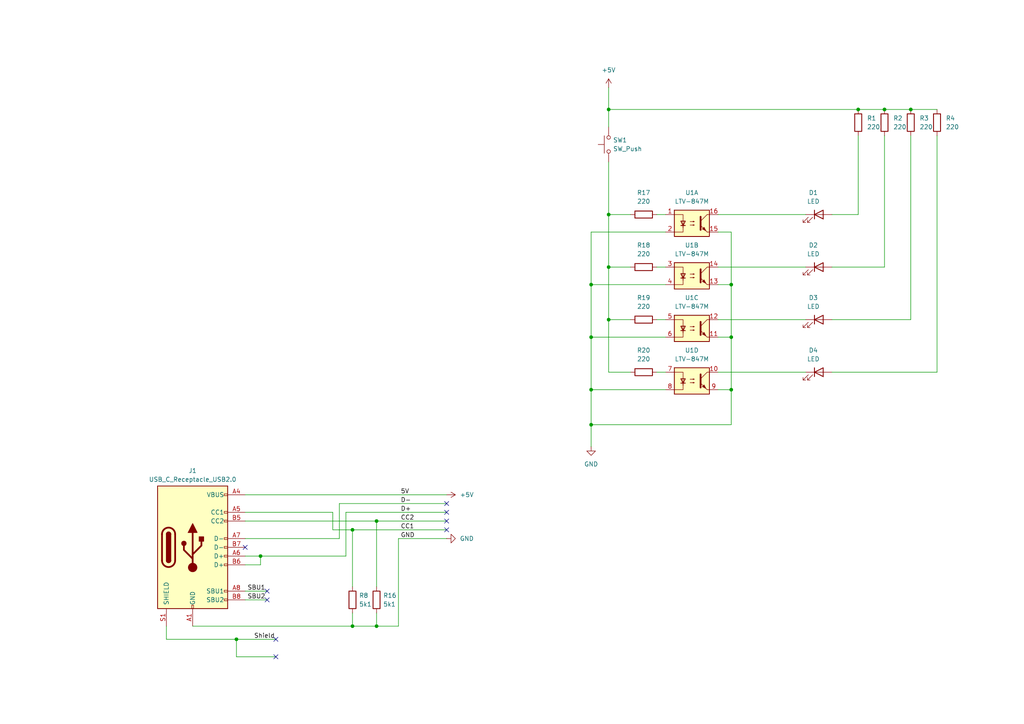
<source format=kicad_sch>
(kicad_sch (version 20250114) (generator "eeschema") (generator_version "9.0")
  (paper "A4")
  (lib_symbols
    (symbol "Connector:USB_C_Receptacle_USB2.0" (pin_names (offset 1.016))
      (property "Reference" "J" (at -10.16 19.05 0))
      (property "Value" "USB_C_Receptacle_USB2.0" (at 19.05 19.05 0))
      (symbol "USB_C_Receptacle_USB2.0_0_0"
        (rectangle (start -0.254 -17.78) (end 0.254 -16.764))
        (rectangle (start 10.16 15.494) (end 9.144 14.986))
        (rectangle (start 10.16 10.414) (end 9.144 9.906))
        (rectangle (start 10.16 7.874) (end 9.144 7.366))
        (rectangle (start 10.16 2.794) (end 9.144 2.286))
        (rectangle (start 10.16 0.254) (end 9.144 -0.254))
        (rectangle (start 10.16 -2.286) (end 9.144 -2.794))
        (rectangle (start 10.16 -4.826) (end 9.144 -5.334))
        (rectangle (start 10.16 -12.446) (end 9.144 -12.954))
        (rectangle (start 10.16 -14.986) (end 9.144 -15.494))
      )
      (symbol "USB_C_Receptacle_USB2.0_0_1"
        (rectangle (start -10.16 17.78) (end 10.16 -17.78) (stroke (width 0.254)) (fill (type background)))
        (polyline (pts (xy -8.89 -3.81) (xy -8.89 3.81)) (stroke (width 0.508)))
        (rectangle (start -7.62 -3.81) (end -6.35 3.81) (stroke (width 0.254)) (fill (type outline)))
        (arc (start -7.62 3.81) (mid -6.985 4.4423) (end -6.35 3.81) (stroke (width 0.254)))
        (arc (start -7.62 3.81) (mid -6.985 4.4423) (end -6.35 3.81) (stroke (width 0.254)) (fill (type outline)))
        (arc (start -8.89 3.81) (mid -6.985 5.7067) (end -5.08 3.81) (stroke (width 0.508)))
        (arc (start -5.08 -3.81) (mid -6.985 -5.7067) (end -8.89 -3.81) (stroke (width 0.508)))
        (arc (start -6.35 -3.81) (mid -6.985 -4.4423) (end -7.62 -3.81) (stroke (width 0.254)))
        (arc (start -6.35 -3.81) (mid -6.985 -4.4423) (end -7.62 -3.81) (stroke (width 0.254)) (fill (type outline)))
        (polyline (pts (xy -5.08 3.81) (xy -5.08 -3.81)) (stroke (width 0.508)))
        (circle (center -2.54 1.143) (radius 0.635) (stroke (width 0.254)) (fill (type outline)))
        (polyline (pts (xy -1.27 4.318) (xy 0 6.858) (xy 1.27 4.318) (xy -1.27 4.318)) (stroke (width 0.254)) (fill (type outline)))
        (polyline (pts (xy 0 -2.032) (xy 2.54 0.508) (xy 2.54 1.778)) (stroke (width 0.508)))
        (polyline (pts (xy 0 -3.302) (xy -2.54 -0.762) (xy -2.54 0.508)) (stroke (width 0.508)))
        (polyline (pts (xy 0 -5.842) (xy 0 4.318)) (stroke (width 0.508)))
        (circle (center 0 -5.842) (radius 1.27) (fill (type outline)))
        (rectangle (start 1.905 1.778) (end 3.175 3.048) (stroke (width 0.254)) (fill (type outline)))
      )
      (symbol "USB_C_Receptacle_USB2.0_1_1"
        (pin passive line (at -7.62 -22.86 90) (length 5.08) (name "SHIELD") (number "S1"))
        (pin passive line (at 0 -22.86 90) (length 5.08) (name "GND") (number "A1"))
        (pin passive line (at 0 -22.86 90) (length 5.08) (hide yes) (name "GND") (number "A12"))
        (pin passive line (at 0 -22.86 90) (length 5.08) (hide yes) (name "GND") (number "B1"))
        (pin passive line (at 0 -22.86 90) (length 5.08) (hide yes) (name "GND") (number "B12"))
        (pin passive line (at 15.24 15.24 180) (length 5.08) (name "VBUS") (number "A4"))
        (pin passive line (at 15.24 15.24 180) (length 5.08) (hide yes) (name "VBUS") (number "A9"))
        (pin passive line (at 15.24 15.24 180) (length 5.08) (hide yes) (name "VBUS") (number "B4"))
        (pin passive line (at 15.24 15.24 180) (length 5.08) (hide yes) (name "VBUS") (number "B9"))
        (pin bidirectional line (at 15.24 10.16 180) (length 5.08) (name "CC1") (number "A5"))
        (pin bidirectional line (at 15.24 7.62 180) (length 5.08) (name "CC2") (number "B5"))
        (pin bidirectional line (at 15.24 2.54 180) (length 5.08) (name "D-") (number "A7"))
        (pin bidirectional line (at 15.24 0 180) (length 5.08) (name "D-") (number "B7"))
        (pin bidirectional line (at 15.24 -2.54 180) (length 5.08) (name "D+") (number "A6"))
        (pin bidirectional line (at 15.24 -5.08 180) (length 5.08) (name "D+") (number "B6"))
        (pin bidirectional line (at 15.24 -12.7 180) (length 5.08) (name "SBU1") (number "A8"))
        (pin bidirectional line (at 15.24 -15.24 180) (length 5.08) (name "SBU2") (number "B8"))
      )
    )
    (symbol "Device:LED" (pin_numbers (hide yes)) (pin_names (offset 1.016) (hide yes))
      (property "Reference" "D" (at 0 2.54 0))
      (property "Value" "LED" (at 0 -2.54 0))
      (symbol "LED_0_1"
        (polyline (pts (xy -3.048 -0.762) (xy -4.572 -2.286) (xy -3.81 -2.286) (xy -4.572 -2.286) (xy -4.572 -1.524)))
        (polyline (pts (xy -1.778 -0.762) (xy -3.302 -2.286) (xy -2.54 -2.286) (xy -3.302 -2.286) (xy -3.302 -1.524)))
        (polyline (pts (xy -1.27 0) (xy 1.27 0)))
        (polyline (pts (xy -1.27 -1.27) (xy -1.27 1.27)) (stroke (width 0.254)))
        (polyline (pts (xy 1.27 -1.27) (xy 1.27 1.27) (xy -1.27 0) (xy 1.27 -1.27)) (stroke (width 0.254)))
      )
      (symbol "LED_1_1"
        (pin passive line (at -3.81 0 0) (length 2.54) (name "K") (number "1"))
        (pin passive line (at 3.81 0 180) (length 2.54) (name "A") (number "2"))
      )
    )
    (symbol "Device:R" (pin_numbers (hide yes)) (pin_names (offset 0))
      (property "Reference" "R" (at 2.032 0 90))
      (property "Value" "R" (at 0 0 90))
      (symbol "R_0_1"
        (rectangle (start -1.016 -2.54) (end 1.016 2.54) (stroke (width 0.254)))
      )
      (symbol "R_1_1"
        (pin passive line (at 0 3.81 270) (length 1.27) (name "~") (number "1"))
        (pin passive line (at 0 -3.81 90) (length 1.27) (name "~") (number "2"))
      )
    )
    (symbol "Isolator:LTV-847M" (pin_names (offset 1.016))
      (property "Reference" "U" (at -3.81 5.08 0))
      (property "Value" "LTV-847M" (at 0 -5.08 0))
      (symbol "LTV-847M_0_1"
        (rectangle (start -5.08 3.81) (end 5.08 -3.81) (stroke (width 0.254)) (fill (type background)))
        (polyline (pts (xy -5.08 2.54) (xy -2.54 2.54) (xy -2.54 -1.27) (xy -2.54 0.635)))
        (polyline (pts (xy -3.175 -0.635) (xy -1.905 -0.635)) (stroke (width 0.254)))
        (polyline (pts (xy -2.54 -0.635) (xy -2.54 -2.54) (xy -5.08 -2.54)))
        (polyline (pts (xy -2.54 -0.635) (xy -3.175 0.635) (xy -1.905 0.635) (xy -2.54 -0.635)) (stroke (width 0.254)))
        (polyline (pts (xy -0.508 0.508) (xy 0.762 0.508) (xy 0.381 0.381) (xy 0.381 0.635) (xy 0.762 0.508)))
        (polyline (pts (xy -0.508 -0.508) (xy 0.762 -0.508) (xy 0.381 -0.635) (xy 0.381 -0.381) (xy 0.762 -0.508)))
        (polyline (pts (xy 2.54 1.905) (xy 2.54 -1.905) (xy 2.54 -1.905)) (stroke (width 0.508)))
        (polyline (pts (xy 2.54 0.635) (xy 4.445 2.54)))
        (polyline (pts (xy 3.048 -1.651) (xy 3.556 -1.143) (xy 4.064 -2.159) (xy 3.048 -1.651) (xy 3.048 -1.651)) (fill (type outline)))
        (polyline (pts (xy 4.445 2.54) (xy 5.08 2.54)))
        (polyline (pts (xy 4.445 -2.54) (xy 2.54 -0.635)) (fill (type outline)))
        (polyline (pts (xy 4.445 -2.54) (xy 5.08 -2.54)))
      )
      (symbol "LTV-847M_1_1"
        (pin passive line (at -7.62 2.54 0) (length 2.54) (name "~") (number "1"))
        (pin passive line (at -7.62 -2.54 0) (length 2.54) (name "~") (number "2"))
        (pin passive line (at 7.62 2.54 180) (length 2.54) (name "~") (number "16"))
        (pin passive line (at 7.62 -2.54 180) (length 2.54) (name "~") (number "15"))
      )
      (symbol "LTV-847M_2_1"
        (pin passive line (at -7.62 2.54 0) (length 2.54) (name "~") (number "3"))
        (pin passive line (at -7.62 -2.54 0) (length 2.54) (name "~") (number "4"))
        (pin passive line (at 7.62 2.54 180) (length 2.54) (name "~") (number "14"))
        (pin passive line (at 7.62 -2.54 180) (length 2.54) (name "~") (number "13"))
      )
      (symbol "LTV-847M_3_1"
        (pin passive line (at -7.62 2.54 0) (length 2.54) (name "~") (number "5"))
        (pin passive line (at -7.62 -2.54 0) (length 2.54) (name "~") (number "6"))
        (pin passive line (at 7.62 2.54 180) (length 2.54) (name "~") (number "12"))
        (pin passive line (at 7.62 -2.54 180) (length 2.54) (name "~") (number "11"))
      )
      (symbol "LTV-847M_4_1"
        (pin passive line (at -7.62 2.54 0) (length 2.54) (name "~") (number "7"))
        (pin passive line (at -7.62 -2.54 0) (length 2.54) (name "~") (number "8"))
        (pin passive line (at 7.62 2.54 180) (length 2.54) (name "~") (number "10"))
        (pin passive line (at 7.62 -2.54 180) (length 2.54) (name "~") (number "9"))
      )
    )
    (symbol "Switch:SW_Push" (pin_numbers (hide yes)) (pin_names (offset 1.016) (hide yes))
      (property "Reference" "SW1" (at 1.2701 -1.27 90))
      (property "Value" "SW_Push" (at -1.2699 -1.27 90))
      (symbol "SW_Push_0_1"
        (circle (center -2.032 0) (radius 0.508))
        (polyline (pts (xy 0 1.27) (xy 0 3.048)))
        (circle (center 2.032 0) (radius 0.508))
        (polyline (pts (xy 2.54 1.27) (xy -2.54 1.27)))
        (pin passive line (at -5.08 0 0) (length 2.54) (name "1") (number "1"))
        (pin passive line (at 5.08 0 180) (length 2.54) (name "3") (number "3"))
      )
    )
    (symbol "power:+5V" (power) (pin_numbers (hide yes)) (pin_names (offset 0) (hide yes))
      (property "Value" "+5V" (at 0 3.556 0))
      (symbol "+5V_0_1"
        (polyline (pts (xy -0.762 1.27) (xy 0 2.54)))
        (polyline (pts (xy 0 2.54) (xy 0.762 1.27)))
        (polyline (pts (xy 0 0) (xy 0 2.54)))
      )
      (symbol "+5V_1_1"
        (pin power_in line (at 0 0 90) (length 0) (name "~") (number "1"))
      )
    )
    (symbol "power:GND" (power) (pin_numbers (hide yes)) (pin_names (offset 0) (hide yes))
      (property "Value" "GND" (at 0 -3.81 0))
      (symbol "GND_0_1"
        (polyline (pts (xy 0 0) (xy 0 -1.27) (xy 1.27 -1.27) (xy 0 -2.54) (xy -1.27 -1.27) (xy 0 -1.27)))
      )
      (symbol "GND_1_1"
        (pin power_in line (at 0 0 270) (length 0) (name "~") (number "1"))
      )
    )
  )
  (junction (at 264.16 31.75))
  (junction (at 102.235 153.67))
  (junction (at 109.22 181.61))
  (junction (at 102.235 181.61))
  (junction (at 248.92 31.75))
  (junction (at 109.22 151.13))
  (junction (at 68.58 185.42))
  (junction (at 171.45 82.55))
  (junction (at 256.54 31.75))
  (junction (at 75.565 161.29))
  (junction (at 176.53 77.47))
  (junction (at 212.09 113.03))
  (junction (at 171.45 113.03))
  (junction (at 176.53 31.75))
  (junction (at 171.45 123.19))
  (junction (at 176.53 62.23))
  (junction (at 212.09 97.79))
  (junction (at 176.53 92.71))
  (junction (at 212.09 82.55))
  (junction (at 171.45 97.79))
  (no_connect (at 129.54 146.05))
  (no_connect (at 129.54 148.59))
  (no_connect (at 71.12 158.75))
  (no_connect (at 129.54 151.13))
  (no_connect (at 80.01 190.5))
  (no_connect (at 77.47 173.99))
  (no_connect (at 129.54 153.67))
  (no_connect (at 80.01 185.42))
  (no_connect (at 77.47 171.45))
  (wire (pts (xy 109.22 181.61) (xy 115.57 181.61)))
  (wire (pts (xy 100.33 161.29) (xy 75.565 161.29)))
  (wire (pts (xy 176.53 92.71) (xy 176.53 107.95)))
  (wire (pts (xy 98.425 146.05) (xy 129.54 146.05)))
  (wire (pts (xy 115.57 156.21) (xy 129.54 156.21)))
  (wire (pts (xy 176.53 62.23) (xy 176.53 77.47)))
  (wire (pts (xy 100.33 148.59) (xy 129.54 148.59)))
  (wire (pts (xy 176.53 62.23) (xy 182.88 62.23)))
  (wire (pts (xy 256.54 31.75) (xy 248.92 31.75)))
  (wire (pts (xy 241.3 92.71) (xy 264.16 92.71)))
  (wire (pts (xy 193.04 97.79) (xy 171.45 97.79)))
  (wire (pts (xy 176.53 107.95) (xy 182.88 107.95)))
  (wire (pts (xy 208.28 82.55) (xy 212.09 82.55)))
  (wire (pts (xy 68.58 185.42) (xy 68.58 190.5)))
  (wire (pts (xy 68.58 190.5) (xy 80.01 190.5)))
  (wire (pts (xy 71.12 173.99) (xy 77.47 173.99)))
  (wire (pts (xy 212.09 67.31) (xy 212.09 82.55)))
  (wire (pts (xy 71.12 156.21) (xy 98.425 156.21)))
  (wire (pts (xy 171.45 113.03) (xy 171.45 123.19)))
  (wire (pts (xy 176.53 92.71) (xy 182.88 92.71)))
  (wire (pts (xy 75.565 161.29) (xy 71.12 161.29)))
  (wire (pts (xy 109.22 151.13) (xy 109.22 170.18)))
  (wire (pts (xy 208.28 67.31) (xy 212.09 67.31)))
  (wire (pts (xy 264.16 31.75) (xy 256.54 31.75)))
  (wire (pts (xy 212.09 113.03) (xy 212.09 123.19)))
  (wire (pts (xy 102.235 153.67) (xy 102.235 170.18)))
  (wire (pts (xy 208.28 77.47) (xy 233.68 77.47)))
  (wire (pts (xy 102.235 177.8) (xy 102.235 181.61)))
  (wire (pts (xy 208.28 113.03) (xy 212.09 113.03)))
  (wire (pts (xy 176.53 77.47) (xy 176.53 92.71)))
  (wire (pts (xy 176.53 77.47) (xy 182.88 77.47)))
  (wire (pts (xy 176.53 31.75) (xy 248.92 31.75)))
  (wire (pts (xy 176.53 31.75) (xy 176.53 36.83)))
  (wire (pts (xy 68.58 185.42) (xy 80.01 185.42)))
  (wire (pts (xy 190.5 77.47) (xy 193.04 77.47)))
  (wire (pts (xy 75.565 163.83) (xy 75.565 161.29)))
  (wire (pts (xy 98.425 146.05) (xy 98.425 156.21)))
  (wire (pts (xy 208.28 97.79) (xy 212.09 97.79)))
  (wire (pts (xy 48.26 181.61) (xy 48.26 185.42)))
  (wire (pts (xy 193.04 82.55) (xy 171.45 82.55)))
  (wire (pts (xy 100.33 148.59) (xy 100.33 161.29)))
  (wire (pts (xy 241.3 77.47) (xy 256.54 77.47)))
  (wire (pts (xy 190.5 62.23) (xy 193.04 62.23)))
  (wire (pts (xy 71.12 151.13) (xy 109.22 151.13)))
  (wire (pts (xy 109.22 177.8) (xy 109.22 181.61)))
  (wire (pts (xy 71.12 148.59) (xy 96.52 148.59)))
  (wire (pts (xy 212.09 82.55) (xy 212.09 97.79)))
  (wire (pts (xy 208.28 62.23) (xy 233.68 62.23)))
  (wire (pts (xy 115.57 181.61) (xy 115.57 156.21)))
  (wire (pts (xy 129.54 153.67) (xy 102.235 153.67)))
  (wire (pts (xy 96.52 148.59) (xy 96.52 153.67)))
  (wire (pts (xy 193.04 113.03) (xy 171.45 113.03)))
  (wire (pts (xy 193.04 67.31) (xy 171.45 67.31)))
  (wire (pts (xy 256.54 39.37) (xy 256.54 77.47)))
  (wire (pts (xy 176.53 25.4) (xy 176.53 31.75)))
  (wire (pts (xy 176.53 46.99) (xy 176.53 62.23)))
  (wire (pts (xy 212.09 123.19) (xy 171.45 123.19)))
  (wire (pts (xy 102.235 181.61) (xy 109.22 181.61)))
  (wire (pts (xy 212.09 97.79) (xy 212.09 113.03)))
  (wire (pts (xy 96.52 153.67) (xy 102.235 153.67)))
  (wire (pts (xy 71.12 171.45) (xy 77.47 171.45)))
  (wire (pts (xy 109.22 151.13) (xy 129.54 151.13)))
  (wire (pts (xy 71.12 143.51) (xy 129.54 143.51)))
  (wire (pts (xy 208.28 92.71) (xy 233.68 92.71)))
  (wire (pts (xy 171.45 123.19) (xy 171.45 129.54)))
  (wire (pts (xy 264.16 92.71) (xy 264.16 39.37)))
  (wire (pts (xy 190.5 92.71) (xy 193.04 92.71)))
  (wire (pts (xy 171.45 82.55) (xy 171.45 97.79)))
  (wire (pts (xy 208.28 107.95) (xy 233.68 107.95)))
  (wire (pts (xy 48.26 185.42) (xy 68.58 185.42)))
  (wire (pts (xy 271.78 31.75) (xy 264.16 31.75)))
  (wire (pts (xy 190.5 107.95) (xy 193.04 107.95)))
  (wire (pts (xy 271.78 39.37) (xy 271.78 107.95)))
  (wire (pts (xy 55.88 181.61) (xy 102.235 181.61)))
  (wire (pts (xy 171.45 67.31) (xy 171.45 82.55)))
  (wire (pts (xy 241.3 107.95) (xy 271.78 107.95)))
  (wire (pts (xy 248.92 62.23) (xy 248.92 39.37)))
  (wire (pts (xy 241.3 62.23) (xy 248.92 62.23)))
  (wire (pts (xy 171.45 97.79) (xy 171.45 113.03)))
  (wire (pts (xy 71.12 163.83) (xy 75.565 163.83)))
  (label "CC2" (at 116.205 151.13 0))
  (label "D+" (at 116.205 148.59 0))
  (label "GND" (at 116.205 156.21 0))
  (label "SBU1" (at 71.755 171.45 0))
  (label "Shield" (at 73.66 185.42 0))
  (label "SBU2" (at 71.755 173.99 0))
  (label "CC1" (at 116.205 153.67 0))
  (label "5V" (at 116.205 143.51 0))
  (label "D-" (at 116.205 146.05 0))
  (symbol (lib_id "Device:R") (at 256.54 35.56 0) (unit 1)
    (property "Reference" "R2" (at 259.08 34.2899 0) (effects (justify left)))
    (property "Value" "220" (at 259.08 36.8299 0) (effects (justify left)))
    (property "Footprint" "Resistor_SMD:R_0805_2012Metric_Pad1.20x1.40mm_HandSolder" (effects (hide yes)))
    (property "Description" "Resistor" (effects (hide yes)))
  )
  (symbol (lib_id "Isolator:LTV-847M") (at 200.66 80.01 0) (unit 2)
    (property "Reference" "U1" (at 200.66 71.12 0))
    (property "Value" "LTV-847M" (at 200.66 73.66 0))
    (property "Footprint" "Socket:DIP_Socket-16_W4.3_W5.08_W7.62_W10.16_W10.9_3M_216-3340-00-0602J" (effects (hide yes)))
    (property "Datasheet" "http://www.us.liteon.com/downloads/LTV-817-827-847.PDF" (effects (hide yes)))
    (property "Description" "DC Optocoupler, Vce 35V, CTR 50%, DIP-16" (effects (hide yes)))
  )
  (symbol (lib_id "Isolator:LTV-847M") (at 200.66 64.77 0) (unit 1)
    (property "Reference" "U1" (at 200.66 55.88 0))
    (property "Value" "LTV-847M" (at 200.66 58.42 0))
    (property "Footprint" "Socket:DIP_Socket-16_W4.3_W5.08_W7.62_W10.16_W10.9_3M_216-3340-00-0602J" (effects (hide yes)))
    (property "Datasheet" "http://www.us.liteon.com/downloads/LTV-817-827-847.PDF" (effects (hide yes)))
    (property "Description" "DC Optocoupler, Vce 35V, CTR 50%, DIP-16" (effects (hide yes)))
  )
  (symbol (lib_id "Isolator:LTV-847M") (at 200.66 95.25 0) (unit 3)
    (property "Reference" "U1" (at 200.66 86.36 0))
    (property "Value" "LTV-847M" (at 200.66 88.9 0))
    (property "Footprint" "Socket:DIP_Socket-16_W4.3_W5.08_W7.62_W10.16_W10.9_3M_216-3340-00-0602J" (effects (hide yes)))
    (property "Datasheet" "http://www.us.liteon.com/downloads/LTV-817-827-847.PDF" (effects (hide yes)))
    (property "Description" "DC Optocoupler, Vce 35V, CTR 50%, DIP-16" (effects (hide yes)))
  )
  (symbol (lib_id "Device:LED") (at 237.49 107.95 0) (unit 1)
    (property "Reference" "D4" (at 235.9025 101.6 0))
    (property "Value" "LED" (at 235.9025 104.14 0))
    (property "Footprint" "LED_SMD:LED_0805_2012Metric_Pad1.15x1.40mm_HandSolder" (effects (hide yes)))
    (property "Description" "Light emitting diode" (effects (hide yes)))
    (property "Sim.Pins" "1=K 2=A" (effects (hide yes)))
  )
  (symbol (lib_id "power:GND") (at 171.45 129.54 0) (unit 1)
    (property "Reference" "#PWR01" (effects (hide yes)))
    (property "Value" "GND" (at 171.45 134.62 0))
    (property "Description" "Power symbol creates a global label with name \"GND\" , ground" (effects (hide yes)))
  )
  (symbol (lib_id "Device:R") (at 102.235 173.99 0) (unit 1)
    (property "Reference" "R8" (at 104.14 172.72 0) (effects (justify left)))
    (property "Value" "5k1" (at 104.14 175.26 0) (effects (justify left)))
    (property "Footprint" "Resistor_SMD:R_0805_2012Metric_Pad1.20x1.40mm_HandSolder" (effects (hide yes)))
    (property "LCSC" "C23186" (effects (hide yes)))
  )
  (symbol (lib_id "power:+5V") (at 176.53 25.4 0) (unit 1)
    (property "Reference" "#PWR02" (effects (hide yes)))
    (property "Value" "+5V" (at 176.53 20.32 0))
    (property "Description" "Power symbol creates a global label with name \"+5V\"" (effects (hide yes)))
  )
  (symbol (lib_id "Device:R") (at 248.92 35.56 0) (unit 1)
    (property "Reference" "R1" (at 251.46 34.2899 0) (effects (justify left)))
    (property "Value" "220" (at 251.46 36.8299 0) (effects (justify left)))
    (property "Footprint" "Resistor_SMD:R_0805_2012Metric_Pad1.20x1.40mm_HandSolder" (effects (hide yes)))
    (property "Description" "Resistor" (effects (hide yes)))
  )
  (symbol (lib_id "Switch:SW_Push") (at 176.53 41.91 90) (unit 1)
    (property "Reference" "SW1" (at 177.8 40.6399 90) (effects (justify right)))
    (property "Value" "SW_Push" (at 177.8 43.1799 90) (effects (justify right)))
    (property "Footprint" "Library:SW_B3F-1000" (effects (hide yes)))
    (property "Description" "Push button switch, generic, two pins" (effects (hide yes)))
  )
  (symbol (lib_id "Device:R") (at 186.69 92.71 90) (unit 1)
    (property "Reference" "R19" (at 186.69 86.36 90))
    (property "Value" "220" (at 186.69 88.9 90))
    (property "Footprint" "Resistor_SMD:R_0805_2012Metric_Pad1.20x1.40mm_HandSolder" (effects (hide yes)))
    (property "Description" "Resistor" (effects (hide yes)))
  )
  (symbol (lib_id "Device:LED") (at 237.49 92.71 0) (unit 1)
    (property "Reference" "D3" (at 235.9025 86.36 0))
    (property "Value" "LED" (at 235.9025 88.9 0))
    (property "Footprint" "LED_SMD:LED_0805_2012Metric_Pad1.15x1.40mm_HandSolder" (effects (hide yes)))
    (property "Description" "Light emitting diode" (effects (hide yes)))
    (property "Sim.Pins" "1=K 2=A" (effects (hide yes)))
  )
  (symbol (lib_id "power:GND") (at 129.54 156.21 90) (unit 1)
    (property "Reference" "#PWR03" (effects (hide yes)))
    (property "Value" "GND" (at 133.35 156.2099 90) (effects (justify right)))
    (property "Description" "Power symbol creates a global label with name \"GND\" , ground" (effects (hide yes)))
  )
  (symbol (lib_id "Device:R") (at 186.69 107.95 90) (unit 1)
    (property "Reference" "R20" (at 186.69 101.6 90))
    (property "Value" "220" (at 186.69 104.14 90))
    (property "Footprint" "Resistor_SMD:R_0805_2012Metric_Pad1.20x1.40mm_HandSolder" (effects (hide yes)))
    (property "Description" "Resistor" (effects (hide yes)))
  )
  (symbol (lib_id "Device:R") (at 109.22 173.99 0) (unit 1)
    (property "Reference" "R16" (at 111.125 172.72 0) (effects (justify left)))
    (property "Value" "5k1" (at 111.125 175.26 0) (effects (justify left)))
    (property "Footprint" "Resistor_SMD:R_0805_2012Metric_Pad1.20x1.40mm_HandSolder" (effects (hide yes)))
    (property "LCSC" "C23186" (effects (hide yes)))
  )
  (symbol (lib_id "Device:LED") (at 237.49 62.23 0) (unit 1)
    (property "Reference" "D1" (at 235.9025 55.88 0))
    (property "Value" "LED" (at 235.9025 58.42 0))
    (property "Footprint" "LED_SMD:LED_0805_2012Metric_Pad1.15x1.40mm_HandSolder" (effects (hide yes)))
    (property "Description" "Light emitting diode" (effects (hide yes)))
    (property "Sim.Pins" "1=K 2=A" (effects (hide yes)))
  )
  (symbol (lib_id "power:+5V") (at 129.54 143.51 270) (unit 1)
    (property "Reference" "#PWR04" (effects (hide yes)))
    (property "Value" "+5V" (at 133.35 143.5099 90) (effects (justify left)))
    (property "Description" "Power symbol creates a global label with name \"+5V\"" (effects (hide yes)))
  )
  (symbol (lib_id "Device:R") (at 186.69 77.47 90) (unit 1)
    (property "Reference" "R18" (at 186.69 71.12 90))
    (property "Value" "220" (at 186.69 73.66 90))
    (property "Footprint" "Resistor_SMD:R_0805_2012Metric_Pad1.20x1.40mm_HandSolder" (effects (hide yes)))
    (property "Description" "Resistor" (effects (hide yes)))
  )
  (symbol (lib_id "Connector:USB_C_Receptacle_USB2.0") (at 55.88 158.75 0) (unit 1)
    (property "Reference" "J1" (at 55.88 136.525 0))
    (property "Value" "USB_C_Receptacle_USB2.0" (at 55.88 139.065 0))
    (property "Footprint" "Connector_USB:USB_C_Receptacle_GCT_USB4105-xx-A_16P_TopMnt_Horizontal" (effects (hide yes)))
    (property "Datasheet" "https://www.usb.org/sites/default/files/documents/usb_type-c.zip" (effects (hide yes)))
    (property "LCSC" "C2982555" (effects (hide yes)))
  )
  (symbol (lib_id "Isolator:LTV-847M") (at 200.66 110.49 0) (unit 4)
    (property "Reference" "U1" (at 200.66 101.6 0))
    (property "Value" "LTV-847M" (at 200.66 104.14 0))
    (property "Footprint" "Socket:DIP_Socket-16_W4.3_W5.08_W7.62_W10.16_W10.9_3M_216-3340-00-0602J" (effects (hide yes)))
    (property "Datasheet" "http://www.us.liteon.com/downloads/LTV-817-827-847.PDF" (effects (hide yes)))
    (property "Description" "DC Optocoupler, Vce 35V, CTR 50%, DIP-16" (effects (hide yes)))
  )
  (symbol (lib_id "Device:R") (at 271.78 35.56 0) (unit 1)
    (property "Reference" "R4" (at 274.32 34.2899 0) (effects (justify left)))
    (property "Value" "220" (at 274.32 36.8299 0) (effects (justify left)))
    (property "Footprint" "Resistor_SMD:R_0805_2012Metric_Pad1.20x1.40mm_HandSolder" (effects (hide yes)))
    (property "Description" "Resistor" (effects (hide yes)))
  )
  (symbol (lib_id "Device:R") (at 264.16 35.56 0) (unit 1)
    (property "Reference" "R3" (at 266.7 34.2899 0) (effects (justify left)))
    (property "Value" "220" (at 266.7 36.8299 0) (effects (justify left)))
    (property "Footprint" "Resistor_SMD:R_0805_2012Metric_Pad1.20x1.40mm_HandSolder" (effects (hide yes)))
    (property "Description" "Resistor" (effects (hide yes)))
  )
  (symbol (lib_id "Device:LED") (at 237.49 77.47 0) (unit 1)
    (property "Reference" "D2" (at 235.9025 71.12 0))
    (property "Value" "LED" (at 235.9025 73.66 0))
    (property "Footprint" "LED_SMD:LED_0805_2012Metric_Pad1.15x1.40mm_HandSolder" (effects (hide yes)))
    (property "Description" "Light emitting diode" (effects (hide yes)))
    (property "Sim.Pins" "1=K 2=A" (effects (hide yes)))
  )
  (symbol (lib_id "Device:R") (at 186.69 62.23 90) (unit 1)
    (property "Reference" "R17" (at 186.69 55.88 90))
    (property "Value" "220" (at 186.69 58.42 90))
    (property "Footprint" "Resistor_SMD:R_0805_2012Metric_Pad1.20x1.40mm_HandSolder" (effects (hide yes)))
    (property "Description" "Resistor" (effects (hide yes)))
  )
)
</source>
